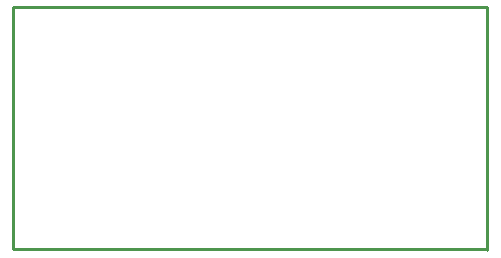
<source format=gko>
%FSLAX23Y23*%
%MOIN*%
G70*
G01*
G75*
G04 Layer_Color=16711935*
%ADD10R,0.035X0.031*%
%ADD11R,0.118X0.059*%
%ADD12R,0.118X0.039*%
%ADD13C,0.010*%
%ADD14C,0.236*%
%ADD15C,0.039*%
%ADD16C,0.020*%
%ADD17C,0.000*%
%ADD18C,0.000*%
%ADD19C,0.059*%
%ADD20C,0.020*%
%ADD21C,0.004*%
%ADD22R,0.043X0.039*%
%ADD23R,0.126X0.067*%
%ADD24R,0.126X0.047*%
%ADD25C,0.028*%
%ADD26C,0.047*%
D13*
X1580Y-5D02*
Y805D01*
X0Y0D02*
Y805D01*
Y0D02*
X1575D01*
X0Y805D02*
X1580D01*
M02*

</source>
